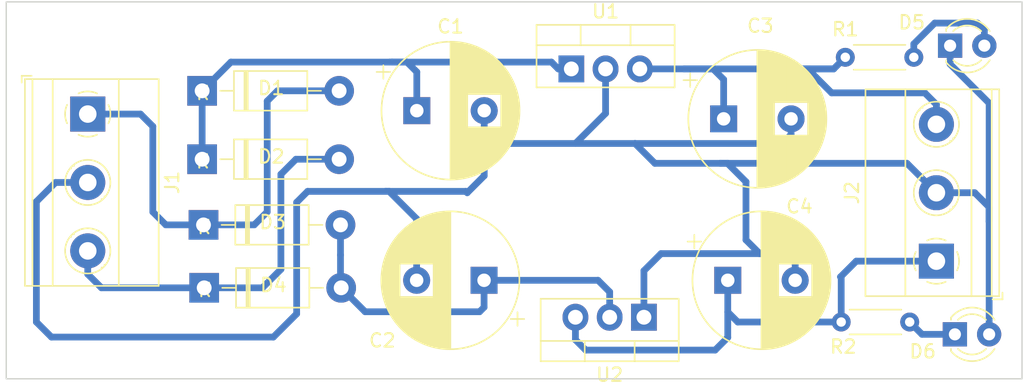
<source format=kicad_pcb>
(kicad_pcb (version 20221018) (generator pcbnew)
  (layers (0 "F.Cu" signal) (31 "B.Cu" signal) (34 "B.Paste" user) (35 "F.Paste" user) (36 "B.SilkS" user "B.Silkscreen") (37 "F.SilkS" user "F.Silkscreen") (38 "B.Mask" user) (39 "F.Mask" user) (44 "Edge.Cuts" user))
  (net 0 "")
  (net 1 "Net-(D1-K)")
  (net 2 "Net-(D1-A)")
  (net 3 "Net-(D2-A)")
  (net 4 "Net-(D3-A)")
  (net 5 "Net-(J2-Pin_1)")
  (net 6 "Net-(D5-K)")
  (net 7 "Net-(J2-Pin_3)")
  (net 8 "Net-(D5-A)")
  (net 9 "Net-(D6-K)")
  (footprint "TerminalBlock_Phoenix:TerminalBlock_Phoenix_MKDS-1,5-3-5.08_1x03_P5.08mm_Horizontal" (layer "F.Cu") (at 102.1588 72.7456 -90)
    (fp_text reference "J1" (at 5.08 -6.26 -90) (layer "F.SilkS"))
    (fp_text value "Input")
    (pad "1" thru_hole rect (at 0 0 270) (size 2.6 2.6) (drill 1.3) (layers "*.Cu" "*.Mask") (net 2 "Net-(D1-A)"))
    (pad "2" thru_hole circle (at 5.08 0 270) (size 2.6 2.6) (drill 1.3) (layers "*.Cu" "*.Mask") (net 6 "Net-(D5-K)"))
    (pad "3" thru_hole circle (at 10.16 0 270) (size 2.6 2.6) (drill 1.3) (layers "*.Cu" "*.Mask") (net 3 "Net-(D2-A)"))
  )
  (footprint "Package_TO_SOT_THT:TO-220-3_Vertical" (layer "F.Cu") (at 143.4084 87.8332 180)
    (fp_text reference "U2" (at 2.54 -4.27) (layer "F.SilkS"))
    (fp_text value "LM7912_TO220")
    (pad "1" thru_hole rect (at 0 0 180) (size 1.905 2) (drill 1.1) (layers "*.Cu" "*.Mask") (net 6 "Net-(D5-K)"))
    (pad "2" thru_hole oval (at 2.54 0 180) (size 1.905 2) (drill 1.1) (layers "*.Cu" "*.Mask") (net 4 "Net-(D3-A)"))
    (pad "3" thru_hole oval (at 5.08 0 180) (size 1.905 2) (drill 1.1) (layers "*.Cu" "*.Mask") (net 5 "Net-(J2-Pin_1)"))
  )
  (footprint "LED_THT:LED_D3.0mm" (layer "F.Cu") (at 166.116 67.6656)
    (fp_text reference "D5" (at -2.8448 -1.7272) (layer "F.SilkS"))
    (fp_text value "LED")
    (pad "1" thru_hole rect (at 0 0) (size 1.8 1.8) (drill 0.9) (layers "*.Cu" "*.Mask") (net 6 "Net-(D5-K)"))
    (pad "2" thru_hole circle (at 2.54 0) (size 1.8 1.8) (drill 0.9) (layers "*.Cu" "*.Mask") (net 8 "Net-(D5-A)"))
  )
  (footprint "Diode_THT:D_DO-41_SOD81_P10.16mm_Horizontal" (layer "F.Cu") (at 110.744 80.9752)
    (fp_text reference "D3" (at 5.1308 -0.2032) (layer "F.SilkS"))
    (fp_text value "1N4007")
    (fp_text user "K" (at 0.0508 0.1668) (layer "F.SilkS"))
    (pad "1" thru_hole rect (at 0 0) (size 2.2 2.2) (drill 1.1) (layers "*.Cu" "*.Mask") (net 2 "Net-(D1-A)"))
    (pad "2" thru_hole oval (at 10.16 0) (size 2.2 2.2) (drill 1.1) (layers "*.Cu" "*.Mask") (net 4 "Net-(D3-A)"))
  )
  (footprint "Capacitor_THT:CP_Radial_D10.0mm_P5.00mm" (layer "F.Cu") (at 131.552077 85.09 180)
    (fp_text reference "C2" (at 7.549277 -4.4704) (layer "F.SilkS"))
    (fp_text value "680uF")
    (pad "1" thru_hole rect (at 0 0 180) (size 2 2) (drill 1) (layers "*.Cu" "*.Mask") (net 4 "Net-(D3-A)"))
    (pad "2" thru_hole circle (at 5 0 180) (size 2 2) (drill 1) (layers "*.Cu" "*.Mask") (net 6 "Net-(D5-K)"))
  )
  (footprint "Diode_THT:D_DO-41_SOD81_P10.16mm_Horizontal" (layer "F.Cu") (at 110.6424 76.0984)
    (fp_text reference "D2" (at 5.1308 -0.2032) (layer "F.SilkS"))
    (fp_text value "1N4007")
    (fp_text user "K" (at 0.0508 0.1668) (layer "F.SilkS"))
    (pad "1" thru_hole rect (at 0 0) (size 2.2 2.2) (drill 1.1) (layers "*.Cu" "*.Mask") (net 1 "Net-(D1-K)"))
    (pad "2" thru_hole oval (at 10.16 0) (size 2.2 2.2) (drill 1.1) (layers "*.Cu" "*.Mask") (net 3 "Net-(D2-A)"))
  )
  (footprint "Capacitor_THT:CP_Radial_D10.0mm_P5.00mm" (layer "F.Cu") (at 149.321123 73.1012)
    (fp_text reference "C3" (at 2.723277 -6.9088) (layer "F.SilkS"))
    (fp_text value "~")
    (pad "1" thru_hole rect (at 0 0) (size 2 2) (drill 1) (layers "*.Cu" "*.Mask") (net 7 "Net-(J2-Pin_3)"))
    (pad "2" thru_hole circle (at 5 0) (size 2 2) (drill 1) (layers "*.Cu" "*.Mask") (net 6 "Net-(D5-K)"))
  )
  (footprint "LED_THT:LED_D3.0mm" (layer "F.Cu") (at 166.4716 89.1032)
    (fp_text reference "D6" (at -2.3876 1.27) (layer "F.SilkS"))
    (fp_text value "LED")
    (pad "1" thru_hole rect (at 0 0) (size 1.8 1.8) (drill 0.9) (layers "*.Cu" "*.Mask") (net 9 "Net-(D6-K)"))
    (pad "2" thru_hole circle (at 2.54 0) (size 1.8 1.8) (drill 0.9) (layers "*.Cu" "*.Mask") (net 6 "Net-(D5-K)"))
  )
  (footprint "Diode_THT:D_DO-41_SOD81_P10.16mm_Horizontal" (layer "F.Cu") (at 110.6424 71.0184)
    (fp_text reference "D1" (at 5.1308 -0.2032) (layer "F.SilkS"))
    (fp_text value "1N4007")
    (fp_text user "K" (at 0.0508 0.1668) (layer "F.SilkS"))
    (pad "1" thru_hole rect (at 0 0) (size 2.2 2.2) (drill 1.1) (layers "*.Cu" "*.Mask") (net 1 "Net-(D1-K)"))
    (pad "2" thru_hole oval (at 10.16 0) (size 2.2 2.2) (drill 1.1) (layers "*.Cu" "*.Mask") (net 2 "Net-(D1-A)"))
  )
  (footprint "Capacitor_THT:CP_Radial_D10.0mm_P5.00mm" (layer "F.Cu") (at 149.625923 85.09)
    (fp_text reference "C4" (at 5.314077 -5.4864) (layer "F.SilkS"))
    (fp_text value "~")
    (pad "1" thru_hole rect (at 0 0) (size 2 2) (drill 1) (layers "*.Cu" "*.Mask") (net 5 "Net-(J2-Pin_1)"))
    (pad "2" thru_hole circle (at 5 0) (size 2 2) (drill 1) (layers "*.Cu" "*.Mask") (net 6 "Net-(D5-K)"))
  )
  (footprint "TerminalBlock_Phoenix:TerminalBlock_Phoenix_MKDS-1,5-3-5.08_1x03_P5.08mm_Horizontal" (layer "F.Cu") (at 165.1 83.6676 90)
    (fp_text reference "J2" (at 5.08 -6.26 90) (layer "F.SilkS"))
    (fp_text value "Output")
    (pad "1" thru_hole rect (at 0 0 90) (size 2.6 2.6) (drill 1.3) (layers "*.Cu" "*.Mask") (net 5 "Net-(J2-Pin_1)"))
    (pad "2" thru_hole circle (at 5.08 0 90) (size 2.6 2.6) (drill 1.3) (layers "*.Cu" "*.Mask") (net 6 "Net-(D5-K)"))
    (pad "3" thru_hole circle (at 10.16 0 90) (size 2.6 2.6) (drill 1.3) (layers "*.Cu" "*.Mask") (net 7 "Net-(J2-Pin_3)"))
  )
  (footprint "Capacitor_THT:CP_Radial_D10.0mm_P5.00mm" (layer "F.Cu") (at 126.562723 72.4916)
    (fp_text reference "C1" (at 2.5 -6.25) (layer "F.SilkS"))
    (fp_text value "680uF")
    (pad "1" thru_hole rect (at 0 0) (size 2 2) (drill 1) (layers "*.Cu" "*.Mask") (net 1 "Net-(D1-K)"))
    (pad "2" thru_hole circle (at 5 0) (size 2 2) (drill 1) (layers "*.Cu" "*.Mask") (net 6 "Net-(D5-K)"))
  )
  (footprint "Package_TO_SOT_THT:TO-220-3_Vertical" (layer "F.Cu") (at 138.0236 69.3928)
    (fp_text reference "U1" (at 2.54 -4.27) (layer "F.SilkS"))
    (fp_text value "LM7812_TO220")
    (pad "1" thru_hole rect (at 0 0) (size 1.905 2) (drill 1.1) (layers "*.Cu" "*.Mask") (net 1 "Net-(D1-K)"))
    (pad "2" thru_hole oval (at 2.54 0) (size 1.905 2) (drill 1.1) (layers "*.Cu" "*.Mask") (net 6 "Net-(D5-K)"))
    (pad "3" thru_hole oval (at 5.08 0) (size 1.905 2) (drill 1.1) (layers "*.Cu" "*.Mask") (net 7 "Net-(J2-Pin_3)"))
  )
  (footprint "Resistor_THT:R_Axial_DIN0204_L3.6mm_D1.6mm_P5.08mm_Horizontal" (layer "F.Cu") (at 158.0388 88.1888)
    (fp_text reference "R2" (at 0.1524 1.8288) (layer "F.SilkS"))
    (fp_text value "R")
    (pad "1" thru_hole circle (at 0 0) (size 1.4 1.4) (drill 0.7) (layers "*.Cu" "*.Mask") (net 5 "Net-(J2-Pin_1)"))
    (pad "2" thru_hole oval (at 5.08 0) (size 1.4 1.4) (drill 0.7) (layers "*.Cu" "*.Mask") (net 9 "Net-(D6-K)"))
  )
  (footprint "Diode_THT:D_DO-41_SOD81_P10.16mm_Horizontal" (layer "F.Cu") (at 110.7948 85.6488)
    (fp_text reference "D4" (at 5.1308 -0.2032) (layer "F.SilkS"))
    (fp_text value "1N4007")
    (fp_text user "K" (at 0.0508 0.1668) (layer "F.SilkS"))
    (pad "1" thru_hole rect (at 0 0) (size 2.2 2.2) (drill 1.1) (layers "*.Cu" "*.Mask") (net 3 "Net-(D2-A)"))
    (pad "2" thru_hole oval (at 10.16 0) (size 2.2 2.2) (drill 1.1) (layers "*.Cu" "*.Mask") (net 4 "Net-(D3-A)"))
  )
  (footprint "Resistor_THT:R_Axial_DIN0204_L3.6mm_D1.6mm_P5.08mm_Horizontal" (layer "F.Cu") (at 163.4236 68.5292 180)
    (fp_text reference "R1" (at 5.08 2.0828) (layer "F.SilkS"))
    (fp_text value "R")
    (pad "1" thru_hole circle (at 0 0 180) (size 1.4 1.4) (drill 0.7) (layers "*.Cu" "*.Mask") (net 8 "Net-(D5-A)"))
    (pad "2" thru_hole oval (at 5.08 0 180) (size 1.4 1.4) (drill 0.7) (layers "*.Cu" "*.Mask") (net 7 "Net-(J2-Pin_3)"))
  )
  (gr_rect (start 96.1136 64.4144) (end 171.45 92.4052) (stroke (width 0.1)) (fill none) (layer "Edge.Cuts"))
  (segment (start 136.5504 68.8848) (end 137.0584 69.3928) (width 0.5) (layer "B.Cu") (net 1))
  (segment (start 125.8316 68.8848) (end 126.562723 69.615923) (width 0.5) (layer "B.Cu") (net 1))
  (segment (start 110.6424 71.0184) (end 112.776 68.8848) (width 0.5) (layer "B.Cu") (net 1))
  (segment (start 110.6424 71.0184) (end 110.6424 76.0984) (width 0.5) (layer "B.Cu") (net 1))
  (segment (start 124.5616 68.8848) (end 124.714 68.8848) (width 0.5) (layer "B.Cu") (net 1))
  (segment (start 137.0584 69.3928) (end 138.0236 69.3928) (width 0.5) (layer "B.Cu") (net 1))
  (segment (start 112.776 68.8848) (end 124.5616 68.8848) (width 0.5) (layer "B.Cu") (net 1))
  (segment (start 124.714 68.8848) (end 125.8316 68.8848) (width 0.5) (layer "B.Cu") (net 1))
  (segment (start 126.562723 69.615923) (end 126.562723 72.4916) (width 0.5) (layer "B.Cu") (net 1))
  (segment (start 124.714 68.8848) (end 136.5504 68.8848) (width 0.5) (layer "B.Cu") (net 1))
  (segment (start 106.9848 80.01) (end 107.95 80.9752) (width 0.5) (layer "B.Cu") (net 2))
  (segment (start 115.4684 80.01) (end 114.5032 80.9752) (width 0.5) (layer "B.Cu") (net 2))
  (segment (start 116.2304 71.0184) (end 115.4684 71.7804) (width 0.5) (layer "B.Cu") (net 2))
  (segment (start 106.9848 73.66) (end 106.9848 80.01) (width 0.5) (layer "B.Cu") (net 2))
  (segment (start 115.4684 71.7804) (end 115.4684 80.01) (width 0.5) (layer "B.Cu") (net 2))
  (segment (start 102.1588 72.7456) (end 106.0704 72.7456) (width 0.5) (layer "B.Cu") (net 2))
  (segment (start 107.95 80.9752) (end 110.744 80.9752) (width 0.5) (layer "B.Cu") (net 2))
  (segment (start 114.5032 80.9752) (end 110.744 80.9752) (width 0.5) (layer "B.Cu") (net 2))
  (segment (start 120.8024 71.0184) (end 116.2304 71.0184) (width 0.5) (layer "B.Cu") (net 2))
  (segment (start 106.0704 72.7456) (end 106.9848 73.66) (width 0.5) (layer "B.Cu") (net 2))
  (segment (start 116.4844 77.216) (end 116.4844 84.2772) (width 0.5) (layer "B.Cu") (net 3))
  (segment (start 120.8024 76.0984) (end 117.602 76.0984) (width 0.5) (layer "B.Cu") (net 3))
  (segment (start 116.4844 84.2772) (end 115.1128 85.6488) (width 0.5) (layer "B.Cu") (net 3))
  (segment (start 102.1588 84.6328) (end 103.1748 85.6488) (width 0.5) (layer "B.Cu") (net 3))
  (segment (start 117.602 76.0984) (end 116.4844 77.216) (width 0.5) (layer "B.Cu") (net 3))
  (segment (start 103.1748 85.6488) (end 110.7948 85.6488) (width 0.5) (layer "B.Cu") (net 3))
  (segment (start 102.1588 82.9056) (end 102.1588 84.6328) (width 0.5) (layer "B.Cu") (net 3))
  (segment (start 115.1128 85.6488) (end 110.7948 85.6488) (width 0.5) (layer "B.Cu") (net 3))
  (segment (start 120.904 83.2104) (end 120.904 85.598) (width 0.5) (layer "B.Cu") (net 4))
  (segment (start 140.8684 87.8332) (end 140.8684 85.9536) (width 0.5) (layer "B.Cu") (net 4))
  (segment (start 122.7328 87.4268) (end 131.2164 87.4268) (width 0.5) (layer "B.Cu") (net 4))
  (segment (start 120.9548 85.6488) (end 122.7328 87.4268) (width 0.5) (layer "B.Cu") (net 4))
  (segment (start 131.2164 87.4268) (end 131.552077 87.091123) (width 0.5) (layer "B.Cu") (net 4))
  (segment (start 140.0048 85.09) (end 131.552077 85.09) (width 0.5) (layer "B.Cu") (net 4))
  (segment (start 120.904 85.598) (end 120.9548 85.6488) (width 0.5) (layer "B.Cu") (net 4))
  (segment (start 120.904 80.9752) (end 120.904 83.2104) (width 0.5) (layer "B.Cu") (net 4))
  (segment (start 120.9548 85.6488) (end 120.9548 86.36) (width 0.5) (layer "B.Cu") (net 4))
  (segment (start 131.552077 87.091123) (end 131.552077 85.09) (width 0.5) (layer "B.Cu") (net 4))
  (segment (start 140.8684 85.9536) (end 140.0048 85.09) (width 0.5) (layer "B.Cu") (net 4))
  (segment (start 148.6916 90.2716) (end 149.625923 89.337277) (width 0.5) (layer "B.Cu") (net 5))
  (segment (start 149.625923 89.337277) (end 149.625923 87.446723) (width 0.5) (layer "B.Cu") (net 5))
  (segment (start 158.0388 88.1888) (end 150.368 88.1888) (width 0.5) (layer "B.Cu") (net 5))
  (segment (start 149.625923 87.446723) (end 149.625923 85.09) (width 0.5) (layer "B.Cu") (net 5))
  (segment (start 150.368 88.1888) (end 149.625923 87.446723) (width 0.5) (layer "B.Cu") (net 5))
  (segment (start 159.1564 83.6676) (end 157.988 84.836) (width 0.5) (layer "B.Cu") (net 5))
  (segment (start 138.3284 89.5096) (end 139.0904 90.2716) (width 0.5) (layer "B.Cu") (net 5))
  (segment (start 158.0388 84.8868) (end 158.0388 88.1888) (width 0.5) (layer "B.Cu") (net 5))
  (segment (start 139.0904 90.2716) (end 148.6916 90.2716) (width 0.5) (layer "B.Cu") (net 5))
  (segment (start 165.1 83.6676) (end 159.1564 83.6676) (width 0.5) (layer "B.Cu") (net 5))
  (segment (start 157.988 84.836) (end 158.0388 84.8868) (width 0.5) (layer "B.Cu") (net 5))
  (segment (start 138.3284 87.8332) (end 138.3284 89.5096) (width 0.5) (layer "B.Cu") (net 5))
  (segment (start 131.562723 77.326877) (end 131.562723 74.4728) (width 0.5) (layer "B.Cu") (net 6))
  (segment (start 150.9776 77.7748) (end 150.9776 82.0928) (width 0.5) (layer "B.Cu") (net 6))
  (segment (start 140.5636 72.6948) (end 138.3284 74.93) (width 0.5) (layer "B.Cu") (net 6))
  (segment (start 102.1588 77.8256) (end 99.7712 77.8256) (width 0.5) (layer "B.Cu") (net 6))
  (segment (start 144.2212 76.4032) (end 149.098 76.4032) (width 0.5) (layer "B.Cu") (net 6))
  (segment (start 124.2568 78.486) (end 124.5108 78.486) (width 0.5) (layer "B.Cu") (net 6))
  (segment (start 124.2568 78.486) (end 130.2004 78.486) (width 0.5) (layer "B.Cu") (net 6))
  (segment (start 149.606 76.4032) (end 150.9776 77.7748) (width 0.5) (layer "B.Cu") (net 6))
  (segment (start 143.4084 84.3788) (end 144.6784 83.1088) (width 0.5) (layer "B.Cu") (net 6))
  (segment (start 169.0116 80.7212) (end 169.0116 79.6544) (width 0.5) (layer "B.Cu") (net 6))
  (segment (start 142.748 74.93) (end 144.2212 76.4032) (width 0.5) (layer "B.Cu") (net 6))
  (segment (start 149.098 76.4032) (end 149.606 76.4032) (width 0.5) (layer "B.Cu") (net 6))
  (segment (start 150.9776 82.0928) (end 151.9936 83.1088) (width 0.5) (layer "B.Cu") (net 6))
  (segment (start 169.0116 71.9328) (end 169.0116 80.7212) (width 0.5) (layer "B.Cu") (net 6))
  (segment (start 167.9448 78.5876) (end 165.1 78.5876) (width 0.5) (layer "B.Cu") (net 6))
  (segment (start 140.5636 69.3928) (end 140.5636 72.6948) (width 0.5) (layer "B.Cu") (net 6))
  (segment (start 132.019923 74.93) (end 131.562723 74.4728) (width 0.5) (layer "B.Cu") (net 6))
  (segment (start 166.116 67.6656) (end 166.116 69.0372) (width 0.5) (layer "B.Cu") (net 6))
  (segment (start 169.0116 79.6544) (end 167.9448 78.5876) (width 0.5) (layer "B.Cu") (net 6))
  (segment (start 99.4664 89.3064) (end 115.9256 89.3064) (width 0.5) (layer "B.Cu") (net 6))
  (segment (start 98.3488 79.248) (end 98.3488 88.1888) (width 0.5) (layer "B.Cu") (net 6))
  (segment (start 131.562723 74.4728) (end 131.562723 72.4916) (width 0.5) (layer "B.Cu") (net 6))
  (segment (start 162.9156 76.4032) (end 165.1 78.5876) (width 0.5) (layer "B.Cu") (net 6))
  (segment (start 130.2004 78.486) (end 130.302 78.5876) (width 0.5) (layer "B.Cu") (net 6))
  (segment (start 138.3284 74.93) (end 132.019923 74.93) (width 0.5) (layer "B.Cu") (net 6))
  (segment (start 149.098 76.4032) (end 162.9156 76.4032) (width 0.5) (layer "B.Cu") (net 6))
  (segment (start 154.625923 83.810723) (end 154.625923 85.09) (width 0.5) (layer "B.Cu") (net 6))
  (segment (start 169.0116 89.1032) (end 169.0116 80.7212) (width 0.5) (layer "B.Cu") (net 6))
  (segment (start 98.3488 88.1888) (end 99.4664 89.3064) (width 0.5) (layer "B.Cu") (net 6))
  (segment (start 117.6528 87.5792) (end 117.6528 79.2988) (width 0.5) (layer "B.Cu") (net 6))
  (segment (start 166.116 69.0372) (end 169.0116 71.9328) (width 0.5) (layer "B.Cu") (net 6))
  (segment (start 117.6528 79.2988) (end 118.4656 78.486) (width 0.5) (layer "B.Cu") (net 6))
  (segment (start 144.6784 83.1088) (end 151.9936 83.1088) (width 0.5) (layer "B.Cu") (net 6))
  (segment (start 154.321123 74.278877) (end 154.321123 73.1012) (width 0.5) (layer "B.Cu") (net 6))
  (segment (start 130.302 78.5876) (end 131.562723 77.326877) (width 0.5) (layer "B.Cu") (net 6))
  (segment (start 118.4656 78.486) (end 124.2568 78.486) (width 0.5) (layer "B.Cu") (net 6))
  (segment (start 126.552077 80.527277) (end 126.552077 85.09) (width 0.5) (layer "B.Cu") (net 6))
  (segment (start 153.67 74.93) (end 154.321123 74.278877) (width 0.5) (layer "B.Cu") (net 6))
  (segment (start 138.3284 74.93) (end 142.748 74.93) (width 0.5) (layer "B.Cu") (net 6))
  (segment (start 143.4084 87.8332) (end 143.4084 84.3788) (width 0.5) (layer "B.Cu") (net 6))
  (segment (start 115.9256 89.3064) (end 117.6528 87.5792) (width 0.5) (layer "B.Cu") (net 6))
  (segment (start 99.7712 77.8256) (end 98.3488 79.248) (width 0.5) (layer "B.Cu") (net 6))
  (segment (start 153.924 83.1088) (end 154.625923 83.810723) (width 0.5) (layer "B.Cu") (net 6))
  (segment (start 142.748 74.93) (end 153.67 74.93) (width 0.5) (layer "B.Cu") (net 6))
  (segment (start 151.9936 83.1088) (end 153.924 83.1088) (width 0.5) (layer "B.Cu") (net 6))
  (segment (start 124.5108 78.486) (end 126.552077 80.527277) (width 0.5) (layer "B.Cu") (net 6))
  (segment (start 164.2364 71.1708) (end 165.1 72.0344) (width 0.5) (layer "B.Cu") (net 7))
  (segment (start 146.4056 69.3928) (end 143.1036 69.3928) (width 0.5) (layer "B.Cu") (net 7))
  (segment (start 165.1 72.0344) (end 165.1 73.5076) (width 0.5) (layer "B.Cu") (net 7))
  (segment (start 155.3464 69.3928) (end 146.4056 69.3928) (width 0.5) (layer "B.Cu") (net 7))
  (segment (start 157.3276 71.1708) (end 164.2364 71.1708) (width 0.5) (layer "B.Cu") (net 7))
  (segment (start 158.3436 68.5292) (end 157.48 69.3928) (width 0.5) (layer "B.Cu") (net 7))
  (segment (start 148.5392 69.3928) (end 146.4056 69.3928) (width 0.5) (layer "B.Cu") (net 7))
  (segment (start 155.5496 69.3928) (end 157.3276 71.1708) (width 0.5) (layer "B.Cu") (net 7))
  (segment (start 157.48 69.3928) (end 155.0416 69.3928) (width 0.5) (layer "B.Cu") (net 7))
  (segment (start 155.3464 69.3928) (end 155.5496 69.3928) (width 0.5) (layer "B.Cu") (net 7))
  (segment (start 155.702 69.3928) (end 155.3464 69.3928) (width 0.5) (layer "B.Cu") (net 7))
  (segment (start 149.321123 70.174723) (end 148.5392 69.3928) (width 0.5) (layer "B.Cu") (net 7))
  (segment (start 157.48 69.3928) (end 155.3464 69.3928) (width 0.5) (layer "B.Cu") (net 7))
  (segment (start 149.321123 73.1012) (end 149.321123 70.174723) (width 0.5) (layer "B.Cu") (net 7))
  (segment (start 163.4236 68.5292) (end 163.4236 67.539251) (width 0.5) (layer "B.Cu") (net 8))
  (segment (start 168.656 66.4972) (end 168.656 67.6656) (width 0.5) (layer "B.Cu") (net 8))
  (segment (start 164.973651 65.9892) (end 168.148 65.9892) (width 0.5) (layer "B.Cu") (net 8))
  (segment (start 168.148 65.9892) (end 168.656 66.4972) (width 0.5) (layer "B.Cu") (net 8))
  (segment (start 163.4236 67.539251) (end 164.973651 65.9892) (width 0.5) (layer "B.Cu") (net 8))
  (segment (start 164.0332 89.1032) (end 163.1188 88.1888) (width 0.5) (layer "B.Cu") (net 9))
  (segment (start 166.4716 89.1032) (end 164.0332 89.1032) (width 0.5) (layer "B.Cu") (net 9))
)
</source>
